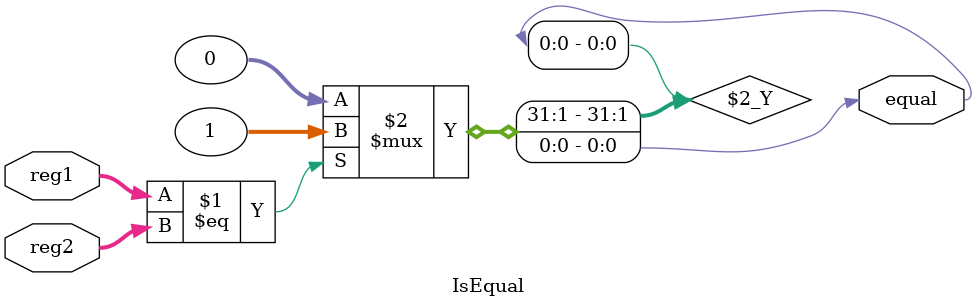
<source format=v>
`timescale 1ns/1ns
module IsEqual(reg1,reg2,equal);
	input[4:0] reg1,reg2;
	output equal;
	assign equal = reg1 == reg2 ? 1 : 0;
	
endmodule

</source>
